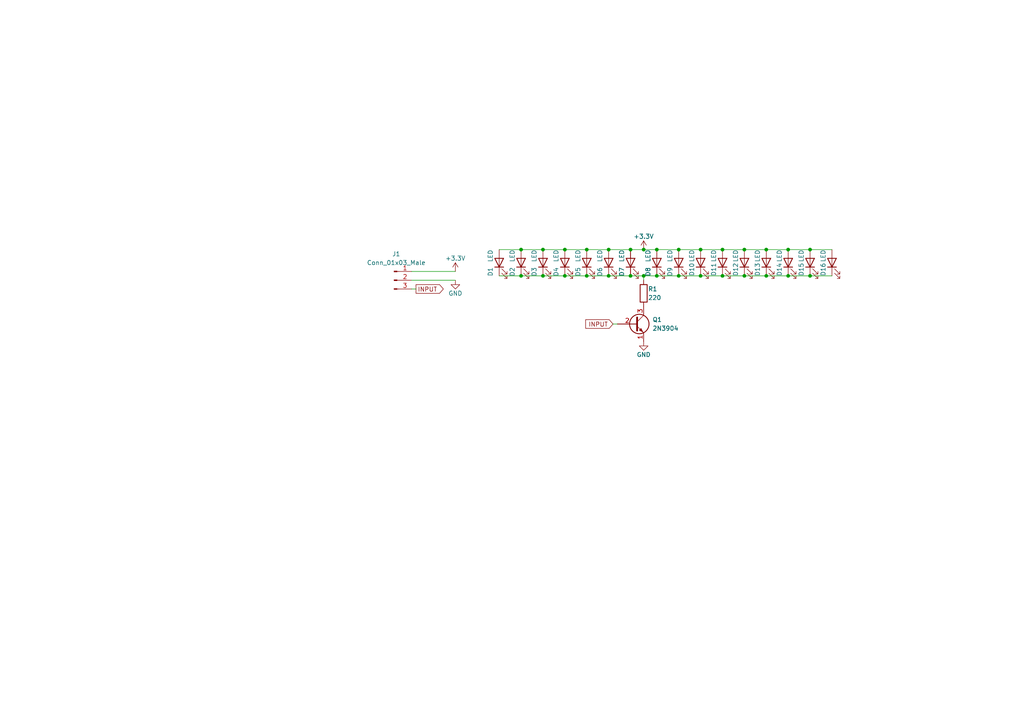
<source format=kicad_sch>
(kicad_sch (version 20211123) (generator eeschema)
  (paper "A4")
  (lib_symbols
    (symbol "Connector:Conn_01x03_Male" (pin_names (offset 1.016) hide)
      (property "Reference" "J" (at 0 5.08 0))
      (property "Value" "Conn_01x03_Male" (at 0 -5.08 0))
      (symbol "Conn_01x03_Male_1_1"
        (polyline (pts (xy 1.27 -2.54) (xy 0.8636 -2.54)) (stroke (width 0.1524)))
        (polyline (pts (xy 1.27 0) (xy 0.8636 0)) (stroke (width 0.1524)))
        (polyline (pts (xy 1.27 2.54) (xy 0.8636 2.54)) (stroke (width 0.1524)))
        (rectangle (start 0.8636 -2.413) (end 0 -2.667) (stroke (width 0.1524)) (fill (type outline)))
        (rectangle (start 0.8636 0.127) (end 0 -0.127) (stroke (width 0.1524)) (fill (type outline)))
        (rectangle (start 0.8636 2.667) (end 0 2.413) (stroke (width 0.1524)) (fill (type outline)))
        (pin passive line (at 5.08 2.54 180) (length 3.81) (name "Pin_1") (number "1"))
        (pin passive line (at 5.08 0 180) (length 3.81) (name "Pin_2") (number "2"))
        (pin passive line (at 5.08 -2.54 180) (length 3.81) (name "Pin_3") (number "3"))
      )
    )
    (symbol "Device:LED" (pin_numbers hide) (pin_names (offset 1.016) hide)
      (property "Reference" "D" (at 0 2.54 0))
      (property "Value" "LED" (at 0 -2.54 0))
      (symbol "LED_0_1"
        (polyline (pts (xy -1.27 -1.27) (xy -1.27 1.27)) (stroke (width 0.254)))
        (polyline (pts (xy -1.27 0) (xy 1.27 0)))
        (polyline (pts (xy 1.27 -1.27) (xy 1.27 1.27) (xy -1.27 0) (xy 1.27 -1.27)) (stroke (width 0.254)))
        (polyline (pts (xy -3.048 -0.762) (xy -4.572 -2.286) (xy -3.81 -2.286) (xy -4.572 -2.286) (xy -4.572 -1.524)))
        (polyline (pts (xy -1.778 -0.762) (xy -3.302 -2.286) (xy -2.54 -2.286) (xy -3.302 -2.286) (xy -3.302 -1.524)))
      )
      (symbol "LED_1_1"
        (pin passive line (at -3.81 0 0) (length 2.54) (name "K") (number "1"))
        (pin passive line (at 3.81 0 180) (length 2.54) (name "A") (number "2"))
      )
    )
    (symbol "Device:R" (pin_numbers hide) (pin_names (offset 0))
      (property "Reference" "R" (at 2.032 0 90))
      (property "Value" "R" (at 0 0 90))
      (symbol "R_0_1"
        (rectangle (start -1.016 -2.54) (end 1.016 2.54) (stroke (width 0.254)))
      )
      (symbol "R_1_1"
        (pin passive line (at 0 3.81 270) (length 1.27) (name "~") (number "1"))
        (pin passive line (at 0 -3.81 90) (length 1.27) (name "~") (number "2"))
      )
    )
    (symbol "Transistor_BJT:2N3904" (pin_names (offset 0) hide)
      (property "Reference" "Q" (at 5.08 1.905 0))
      (property "Value" "2N3904" (at 5.08 0 0))
      (symbol "2N3904_0_1"
        (polyline (pts (xy 0.635 0.635) (xy 2.54 2.54)))
        (polyline (pts (xy 0.635 -0.635) (xy 2.54 -2.54) (xy 2.54 -2.54)))
        (polyline (pts (xy 0.635 1.905) (xy 0.635 -1.905) (xy 0.635 -1.905)) (stroke (width 0.508)))
        (polyline (pts (xy 1.27 -1.778) (xy 1.778 -1.27) (xy 2.286 -2.286) (xy 1.27 -1.778) (xy 1.27 -1.778)) (fill (type outline)))
        (circle (center 1.27 0) (radius 2.8194) (stroke (width 0.254)))
      )
      (symbol "2N3904_1_1"
        (pin passive line (at 2.54 -5.08 90) (length 2.54) (name "E") (number "1"))
        (pin passive line (at -5.08 0 0) (length 5.715) (name "B") (number "2"))
        (pin passive line (at 2.54 5.08 270) (length 2.54) (name "C") (number "3"))
      )
    )
    (symbol "power:+3.3V" (power) (pin_names (offset 0))
      (property "Value" "+3.3V" (at 0 3.556 0))
      (symbol "+3.3V_0_1"
        (polyline (pts (xy -0.762 1.27) (xy 0 2.54)))
        (polyline (pts (xy 0 0) (xy 0 2.54)))
        (polyline (pts (xy 0 2.54) (xy 0.762 1.27)))
      )
      (symbol "+3.3V_1_1"
        (pin power_in line (at 0 0 90) (length 0) hide (name "+3.3V") (number "1"))
      )
    )
    (symbol "power:GND" (power) (pin_names (offset 0))
      (property "Value" "GND" (at 0 -3.81 0))
      (symbol "GND_0_1"
        (polyline (pts (xy 0 0) (xy 0 -1.27) (xy 1.27 -1.27) (xy 0 -2.54) (xy -1.27 -1.27) (xy 0 -1.27)))
      )
      (symbol "GND_1_1"
        (pin power_in line (at 0 0 270) (length 0) hide (name "GND") (number "1"))
      )
    )
  )
  (junction (at 209.55 72.39))
  (junction (at 157.48 72.39))
  (junction (at 234.95 80.01))
  (junction (at 176.53 72.39))
  (junction (at 222.25 80.01))
  (junction (at 228.6 80.01))
  (junction (at 157.48 80.01))
  (junction (at 170.18 80.01))
  (junction (at 228.6 72.39))
  (junction (at 196.85 72.39))
  (junction (at 203.2 72.39))
  (junction (at 215.9 72.39))
  (junction (at 151.13 80.01))
  (junction (at 163.83 72.39))
  (junction (at 222.25 72.39))
  (junction (at 170.18 72.39))
  (junction (at 151.13 72.39))
  (junction (at 182.88 80.01))
  (junction (at 186.69 80.01))
  (junction (at 186.69 72.39))
  (junction (at 203.2 80.01))
  (junction (at 209.55 80.01))
  (junction (at 196.85 80.01))
  (junction (at 163.83 80.01))
  (junction (at 215.9 80.01))
  (junction (at 234.95 72.39))
  (junction (at 190.5 72.39))
  (junction (at 190.5 80.01))
  (junction (at 176.53 80.01))
  (junction (at 182.88 72.39))
  (wire (pts (xy 144.78 72.39) (xy 151.13 72.39)))
  (wire (pts (xy 190.5 72.39) (xy 196.85 72.39)))
  (wire (pts (xy 234.95 80.01) (xy 241.3 80.01)))
  (wire (pts (xy 203.2 80.01) (xy 209.55 80.01)))
  (wire (pts (xy 119.38 78.74) (xy 132.08 78.74)))
  (wire (pts (xy 157.48 80.01) (xy 163.83 80.01)))
  (wire (pts (xy 228.6 80.01) (xy 234.95 80.01)))
  (wire (pts (xy 170.18 72.39) (xy 176.53 72.39)))
  (wire (pts (xy 209.55 80.01) (xy 215.9 80.01)))
  (wire (pts (xy 119.38 83.82) (xy 120.65 83.82)))
  (wire (pts (xy 144.78 80.01) (xy 151.13 80.01)))
  (wire (pts (xy 119.38 81.28) (xy 132.08 81.28)))
  (wire (pts (xy 196.85 72.39) (xy 203.2 72.39)))
  (wire (pts (xy 163.83 80.01) (xy 170.18 80.01)))
  (wire (pts (xy 209.55 72.39) (xy 215.9 72.39)))
  (wire (pts (xy 222.25 72.39) (xy 228.6 72.39)))
  (wire (pts (xy 182.88 80.01) (xy 186.69 80.01)))
  (wire (pts (xy 186.69 72.39) (xy 190.5 72.39)))
  (wire (pts (xy 203.2 72.39) (xy 209.55 72.39)))
  (wire (pts (xy 163.83 72.39) (xy 170.18 72.39)))
  (wire (pts (xy 182.88 72.39) (xy 186.69 72.39)))
  (wire (pts (xy 170.18 80.01) (xy 176.53 80.01)))
  (wire (pts (xy 186.69 80.01) (xy 186.69 81.28)))
  (wire (pts (xy 157.48 72.39) (xy 163.83 72.39)))
  (wire (pts (xy 228.6 72.39) (xy 234.95 72.39)))
  (wire (pts (xy 177.8 93.98) (xy 179.07 93.98)))
  (wire (pts (xy 196.85 80.01) (xy 203.2 80.01)))
  (wire (pts (xy 151.13 80.01) (xy 157.48 80.01)))
  (wire (pts (xy 151.13 72.39) (xy 157.48 72.39)))
  (wire (pts (xy 222.25 80.01) (xy 228.6 80.01)))
  (wire (pts (xy 176.53 72.39) (xy 182.88 72.39)))
  (wire (pts (xy 234.95 72.39) (xy 241.3 72.39)))
  (wire (pts (xy 215.9 72.39) (xy 222.25 72.39)))
  (wire (pts (xy 215.9 80.01) (xy 222.25 80.01)))
  (wire (pts (xy 190.5 80.01) (xy 196.85 80.01)))
  (wire (pts (xy 176.53 80.01) (xy 182.88 80.01)))
  (wire (pts (xy 186.69 80.01) (xy 190.5 80.01)))
  (global_label "INPUT" (shape output) (at 120.65 83.82 0) (property "Intersheet References" "${INTERSHEET_REFS}" (effects hide)))
  (global_label "INPUT" (shape input) (at 177.8 93.98 180) (property "Intersheet References" "${INTERSHEET_REFS}" (effects hide)))
  (symbol (lib_id "Device:LED") (at 151.13 76.2 90) (unit 1)
    (property "Reference" "D2" (at 148.59 77.47 0) (effects (justify right)))
    (property "Value" "LED" (at 148.59 72.39 0) (effects (justify right)))
    (property "Footprint" "LED_SMD:LED_0805_2012Metric_Pad1.15x1.40mm_HandSolder" (effects hide))
  )
  (symbol (lib_id "power:GND") (at 132.08 81.28 0) (unit 1)
    (property "Reference" "#PWR02" (effects hide))
    (property "Value" "GND" (at 132.08 85.09 0))
  )
  (symbol (lib_id "Device:R") (at 186.69 85.09 0) (unit 1)
    (property "Reference" "R1" (at 187.96 83.82 0) (effects (justify left)))
    (property "Value" "220" (at 187.96 86.36 0) (effects (justify left)))
    (property "Footprint" "Resistor_SMD:R_0805_2012Metric_Pad1.20x1.40mm_HandSolder" (effects hide))
  )
  (symbol (lib_id "Device:LED") (at 215.9 76.2 90) (unit 1)
    (property "Reference" "D12" (at 213.36 76.2 0) (effects (justify right)))
    (property "Value" "LED" (at 213.36 72.39 0) (effects (justify right)))
    (property "Footprint" "LED_SMD:LED_0805_2012Metric_Pad1.15x1.40mm_HandSolder" (effects hide))
  )
  (symbol (lib_id "Device:LED") (at 222.25 76.2 90) (unit 1)
    (property "Reference" "D13" (at 219.71 76.2 0) (effects (justify right)))
    (property "Value" "LED" (at 219.71 72.39 0) (effects (justify right)))
    (property "Footprint" "LED_SMD:LED_0805_2012Metric_Pad1.15x1.40mm_HandSolder" (effects hide))
  )
  (symbol (lib_id "Device:LED") (at 234.95 76.2 90) (unit 1)
    (property "Reference" "D15" (at 232.41 76.2 0) (effects (justify right)))
    (property "Value" "LED" (at 232.41 72.39 0) (effects (justify right)))
    (property "Footprint" "LED_SMD:LED_0805_2012Metric_Pad1.15x1.40mm_HandSolder" (effects hide))
  )
  (symbol (lib_id "Device:LED") (at 190.5 76.2 90) (unit 1)
    (property "Reference" "D8" (at 187.96 77.47 0) (effects (justify right)))
    (property "Value" "LED" (at 187.96 72.39 0) (effects (justify right)))
    (property "Footprint" "LED_SMD:LED_0805_2012Metric_Pad1.15x1.40mm_HandSolder" (effects hide))
  )
  (symbol (lib_id "Device:LED") (at 170.18 76.2 90) (unit 1)
    (property "Reference" "D5" (at 167.64 77.47 0) (effects (justify right)))
    (property "Value" "LED" (at 167.64 72.39 0) (effects (justify right)))
    (property "Footprint" "LED_SMD:LED_0805_2012Metric_Pad1.15x1.40mm_HandSolder" (effects hide))
  )
  (symbol (lib_id "Connector:Conn_01x03_Male") (at 114.3 81.28 0) (unit 1)
    (property "Reference" "J1" (at 114.935 73.66 0))
    (property "Value" "Conn_01x03_Male" (at 114.935 76.2 0))
    (property "Footprint" "Connector_PinSocket_2.54mm:PinSocket_1x03_P2.54mm_Vertical" (effects hide))
  )
  (symbol (lib_id "Device:LED") (at 182.88 76.2 90) (unit 1)
    (property "Reference" "D7" (at 180.34 77.47 0) (effects (justify right)))
    (property "Value" "LED" (at 180.34 72.39 0) (effects (justify right)))
    (property "Footprint" "LED_SMD:LED_0805_2012Metric_Pad1.15x1.40mm_HandSolder" (effects hide))
  )
  (symbol (lib_id "power:GND") (at 186.69 99.06 0) (unit 1)
    (property "Reference" "#PWR04" (effects hide))
    (property "Value" "GND" (at 186.69 102.87 0))
  )
  (symbol (lib_id "Device:LED") (at 228.6 76.2 90) (unit 1)
    (property "Reference" "D14" (at 226.06 76.2 0) (effects (justify right)))
    (property "Value" "LED" (at 226.06 72.39 0) (effects (justify right)))
    (property "Footprint" "LED_SMD:LED_0805_2012Metric_Pad1.15x1.40mm_HandSolder" (effects hide))
  )
  (symbol (lib_id "power:+3.3V") (at 132.08 78.74 0) (unit 1)
    (property "Reference" "#PWR01" (effects hide))
    (property "Value" "+3.3V" (at 132.08 74.93 0))
  )
  (symbol (lib_id "Device:LED") (at 157.48 76.2 90) (unit 1)
    (property "Reference" "D3" (at 154.94 77.47 0) (effects (justify right)))
    (property "Value" "LED" (at 154.94 72.39 0) (effects (justify right)))
    (property "Footprint" "LED_SMD:LED_0805_2012Metric_Pad1.15x1.40mm_HandSolder" (effects hide))
  )
  (symbol (lib_id "Device:LED") (at 203.2 76.2 90) (unit 1)
    (property "Reference" "D10" (at 200.66 76.2 0) (effects (justify right)))
    (property "Value" "LED" (at 200.66 72.39 0) (effects (justify right)))
    (property "Footprint" "LED_SMD:LED_0805_2012Metric_Pad1.15x1.40mm_HandSolder" (effects hide))
  )
  (symbol (lib_id "Device:LED") (at 196.85 76.2 90) (unit 1)
    (property "Reference" "D9" (at 194.31 77.47 0) (effects (justify right)))
    (property "Value" "LED" (at 194.31 72.39 0) (effects (justify right)))
    (property "Footprint" "LED_SMD:LED_0805_2012Metric_Pad1.15x1.40mm_HandSolder" (effects hide))
  )
  (symbol (lib_id "power:+3.3V") (at 186.69 72.39 0) (unit 1)
    (property "Reference" "#PWR03" (effects hide))
    (property "Value" "+3.3V" (at 186.69 68.58 0))
  )
  (symbol (lib_id "Transistor_BJT:2N3904") (at 184.15 93.98 0) (unit 1)
    (property "Reference" "Q1" (at 189.23 92.7099 0) (effects (justify left)))
    (property "Value" "2N3904" (at 189.23 95.2499 0) (effects (justify left)))
    (property "Footprint" "Package_TO_SOT_THT:TO-92_Inline" (effects hide))
    (property "Datasheet" "https://www.onsemi.com/pub/Collateral/2N3903-D.PDF" (effects hide))
  )
  (symbol (lib_id "Device:LED") (at 209.55 76.2 90) (unit 1)
    (property "Reference" "D11" (at 207.01 76.2 0) (effects (justify right)))
    (property "Value" "LED" (at 207.01 72.39 0) (effects (justify right)))
    (property "Footprint" "LED_SMD:LED_0805_2012Metric_Pad1.15x1.40mm_HandSolder" (effects hide))
  )
  (symbol (lib_id "Device:LED") (at 163.83 76.2 90) (unit 1)
    (property "Reference" "D4" (at 161.29 77.47 0) (effects (justify right)))
    (property "Value" "LED" (at 161.29 72.39 0) (effects (justify right)))
    (property "Footprint" "LED_SMD:LED_0805_2012Metric_Pad1.15x1.40mm_HandSolder" (effects hide))
  )
  (symbol (lib_id "Device:LED") (at 176.53 76.2 90) (unit 1)
    (property "Reference" "D6" (at 173.99 77.47 0) (effects (justify right)))
    (property "Value" "LED" (at 173.99 72.39 0) (effects (justify right)))
    (property "Footprint" "LED_SMD:LED_0805_2012Metric_Pad1.15x1.40mm_HandSolder" (effects hide))
  )
  (symbol (lib_id "Device:LED") (at 144.78 76.2 90) (unit 1)
    (property "Reference" "D1" (at 142.24 77.47 0) (effects (justify right)))
    (property "Value" "LED" (at 142.24 72.39 0) (effects (justify right)))
    (property "Footprint" "LED_SMD:LED_0805_2012Metric_Pad1.15x1.40mm_HandSolder" (effects hide))
  )
  (symbol (lib_id "Device:LED") (at 241.3 76.2 90) (unit 1)
    (property "Reference" "D16" (at 238.76 76.2 0) (effects (justify right)))
    (property "Value" "LED" (at 238.76 72.39 0) (effects (justify right)))
    (property "Footprint" "LED_SMD:LED_0805_2012Metric_Pad1.15x1.40mm_HandSolder" (effects hide))
  )
)
</source>
